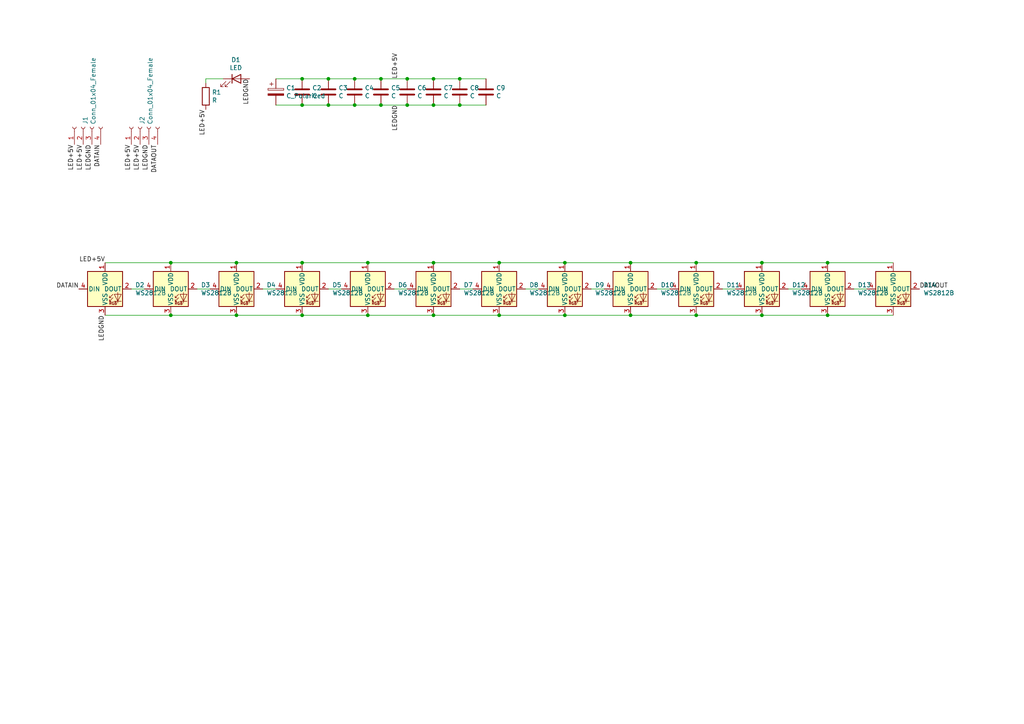
<source format=kicad_sch>
(kicad_sch (version 20211123) (generator eeschema)
  (paper "A4")
  (lib_symbols
    (symbol "Connector:Conn_01x04_Female" (pin_names (offset 1.016) hide)
      (property "Reference" "J" (at 0 5.08 0))
      (property "Value" "Conn_01x04_Female" (at 0 -7.62 0))
      (symbol "Conn_01x04_Female_1_1"
        (arc (start 0 -4.572) (mid -0.508 -5.08) (end 0 -5.588) (stroke (width 0.1524)))
        (arc (start 0 -2.032) (mid -0.508 -2.54) (end 0 -3.048) (stroke (width 0.1524)))
        (polyline (pts (xy -1.27 -5.08) (xy -0.508 -5.08)) (stroke (width 0.1524)))
        (polyline (pts (xy -1.27 -2.54) (xy -0.508 -2.54)) (stroke (width 0.1524)))
        (polyline (pts (xy -1.27 0) (xy -0.508 0)) (stroke (width 0.1524)))
        (polyline (pts (xy -1.27 2.54) (xy -0.508 2.54)) (stroke (width 0.1524)))
        (arc (start 0 0.508) (mid -0.508 0) (end 0 -0.508) (stroke (width 0.1524)))
        (arc (start 0 3.048) (mid -0.508 2.54) (end 0 2.032) (stroke (width 0.1524)))
        (pin passive line (at -5.08 2.54 0) (length 3.81) (name "Pin_1") (number "1"))
        (pin passive line (at -5.08 0 0) (length 3.81) (name "Pin_2") (number "2"))
        (pin passive line (at -5.08 -2.54 0) (length 3.81) (name "Pin_3") (number "3"))
        (pin passive line (at -5.08 -5.08 0) (length 3.81) (name "Pin_4") (number "4"))
      )
    )
    (symbol "Device:C" (pin_numbers hide) (pin_names (offset 0.254))
      (property "Reference" "C" (at 0.635 2.54 0))
      (property "Value" "C" (at 0.635 -2.54 0))
      (symbol "C_0_1"
        (polyline (pts (xy -2.032 -0.762) (xy 2.032 -0.762)) (stroke (width 0.508)))
        (polyline (pts (xy -2.032 0.762) (xy 2.032 0.762)) (stroke (width 0.508)))
      )
      (symbol "C_1_1"
        (pin passive line (at 0 3.81 270) (length 2.794) (name "~") (number "1"))
        (pin passive line (at 0 -3.81 90) (length 2.794) (name "~") (number "2"))
      )
    )
    (symbol "Device:C_Polarized" (pin_numbers hide) (pin_names (offset 0.254))
      (property "Reference" "C" (at 0.635 2.54 0))
      (property "Value" "C_Polarized" (at 0.635 -2.54 0))
      (symbol "C_Polarized_0_1"
        (rectangle (start -2.286 0.508) (end 2.286 1.016))
        (polyline (pts (xy -1.778 2.286) (xy -0.762 2.286)))
        (polyline (pts (xy -1.27 2.794) (xy -1.27 1.778)))
        (rectangle (start 2.286 -0.508) (end -2.286 -1.016) (fill (type outline)))
      )
      (symbol "C_Polarized_1_1"
        (pin passive line (at 0 3.81 270) (length 2.794) (name "~") (number "1"))
        (pin passive line (at 0 -3.81 90) (length 2.794) (name "~") (number "2"))
      )
    )
    (symbol "Device:LED" (pin_numbers hide) (pin_names (offset 1.016) hide)
      (property "Reference" "D" (at 0 2.54 0))
      (property "Value" "LED" (at 0 -2.54 0))
      (symbol "LED_0_1"
        (polyline (pts (xy -1.27 -1.27) (xy -1.27 1.27)) (stroke (width 0.254)))
        (polyline (pts (xy -1.27 0) (xy 1.27 0)))
        (polyline (pts (xy 1.27 -1.27) (xy 1.27 1.27) (xy -1.27 0) (xy 1.27 -1.27)) (stroke (width 0.254)))
        (polyline (pts (xy -3.048 -0.762) (xy -4.572 -2.286) (xy -3.81 -2.286) (xy -4.572 -2.286) (xy -4.572 -1.524)))
        (polyline (pts (xy -1.778 -0.762) (xy -3.302 -2.286) (xy -2.54 -2.286) (xy -3.302 -2.286) (xy -3.302 -1.524)))
      )
      (symbol "LED_1_1"
        (pin passive line (at -3.81 0 0) (length 2.54) (name "K") (number "1"))
        (pin passive line (at 3.81 0 180) (length 2.54) (name "A") (number "2"))
      )
    )
    (symbol "Device:R" (pin_numbers hide) (pin_names (offset 0))
      (property "Reference" "R" (at 2.032 0 90))
      (property "Value" "R" (at 0 0 90))
      (symbol "R_0_1"
        (rectangle (start -1.016 -2.54) (end 1.016 2.54) (stroke (width 0.254)))
      )
      (symbol "R_1_1"
        (pin passive line (at 0 3.81 270) (length 1.27) (name "~") (number "1"))
        (pin passive line (at 0 -3.81 90) (length 1.27) (name "~") (number "2"))
      )
    )
    (symbol "LED:WS2812B" (pin_names (offset 0.254))
      (property "Reference" "D" (at 5.08 5.715 0))
      (property "Value" "WS2812B" (at 1.27 -5.715 0))
      (symbol "WS2812B_0_0"
        (text "RGB" (at 2.286 -4.191 0) (effects (font (size 0.762 0.762))))
      )
      (symbol "WS2812B_0_1"
        (polyline (pts (xy 1.27 -3.556) (xy 1.778 -3.556)))
        (polyline (pts (xy 1.27 -2.54) (xy 1.778 -2.54)))
        (polyline (pts (xy 4.699 -3.556) (xy 2.667 -3.556)))
        (polyline (pts (xy 2.286 -2.54) (xy 1.27 -3.556) (xy 1.27 -3.048)))
        (polyline (pts (xy 2.286 -1.524) (xy 1.27 -2.54) (xy 1.27 -2.032)))
        (polyline (pts (xy 3.683 -1.016) (xy 3.683 -3.556) (xy 3.683 -4.064)))
        (polyline (pts (xy 4.699 -1.524) (xy 2.667 -1.524) (xy 3.683 -3.556) (xy 4.699 -1.524)))
        (rectangle (start 5.08 5.08) (end -5.08 -5.08) (stroke (width 0.254)) (fill (type background)))
      )
      (symbol "WS2812B_1_1"
        (pin power_in line (at 0 7.62 270) (length 2.54) (name "VDD") (number "1"))
        (pin output line (at 7.62 0 180) (length 2.54) (name "DOUT") (number "2"))
        (pin power_in line (at 0 -7.62 90) (length 2.54) (name "VSS") (number "3"))
        (pin input line (at -7.62 0 0) (length 2.54) (name "DIN") (number "4"))
      )
    )
  )
  (junction (at 87.63 22.86))
  (junction (at 87.63 76.2))
  (junction (at 87.63 30.48))
  (junction (at 133.35 30.48))
  (junction (at 201.93 76.2))
  (junction (at 163.83 76.2))
  (junction (at 240.03 91.44))
  (junction (at 220.98 76.2))
  (junction (at 95.25 22.86))
  (junction (at 118.11 30.48))
  (junction (at 87.63 91.44))
  (junction (at 133.35 22.86))
  (junction (at 240.03 76.2))
  (junction (at 182.88 76.2))
  (junction (at 49.53 91.44))
  (junction (at 163.83 91.44))
  (junction (at 68.58 91.44))
  (junction (at 118.11 22.86))
  (junction (at 125.73 30.48))
  (junction (at 201.93 91.44))
  (junction (at 110.49 22.86))
  (junction (at 125.73 91.44))
  (junction (at 106.68 91.44))
  (junction (at 125.73 22.86))
  (junction (at 182.88 91.44))
  (junction (at 220.98 91.44))
  (junction (at 144.78 76.2))
  (junction (at 68.58 76.2))
  (junction (at 106.68 76.2))
  (junction (at 144.78 91.44))
  (junction (at 49.53 76.2))
  (junction (at 95.25 30.48))
  (junction (at 102.87 22.86))
  (junction (at 125.73 76.2))
  (junction (at 110.49 30.48))
  (junction (at 102.87 30.48))
  (wire (pts (xy 133.35 30.48) (xy 125.73 30.48)))
  (wire (pts (xy 144.78 76.2) (xy 125.73 76.2)))
  (wire (pts (xy 152.4 83.82) (xy 156.21 83.82)))
  (wire (pts (xy 125.73 91.44) (xy 144.78 91.44)))
  (wire (pts (xy 87.63 76.2) (xy 68.58 76.2)))
  (wire (pts (xy 220.98 76.2) (xy 201.93 76.2)))
  (wire (pts (xy 106.68 91.44) (xy 125.73 91.44)))
  (wire (pts (xy 171.45 83.82) (xy 175.26 83.82)))
  (wire (pts (xy 125.73 22.86) (xy 133.35 22.86)))
  (wire (pts (xy 228.6 83.82) (xy 232.41 83.82)))
  (wire (pts (xy 49.53 91.44) (xy 68.58 91.44)))
  (wire (pts (xy 95.25 30.48) (xy 87.63 30.48)))
  (wire (pts (xy 110.49 30.48) (xy 102.87 30.48)))
  (wire (pts (xy 163.83 76.2) (xy 144.78 76.2)))
  (wire (pts (xy 68.58 76.2) (xy 49.53 76.2)))
  (wire (pts (xy 87.63 22.86) (xy 95.25 22.86)))
  (wire (pts (xy 190.5 83.82) (xy 194.31 83.82)))
  (wire (pts (xy 125.73 76.2) (xy 106.68 76.2)))
  (wire (pts (xy 220.98 91.44) (xy 240.03 91.44)))
  (wire (pts (xy 114.3 83.82) (xy 118.11 83.82)))
  (wire (pts (xy 118.11 30.48) (xy 110.49 30.48)))
  (wire (pts (xy 30.48 91.44) (xy 49.53 91.44)))
  (wire (pts (xy 144.78 91.44) (xy 163.83 91.44)))
  (wire (pts (xy 38.1 83.82) (xy 41.91 83.82)))
  (wire (pts (xy 59.69 22.86) (xy 59.69 24.13)))
  (wire (pts (xy 64.77 22.86) (xy 59.69 22.86)))
  (wire (pts (xy 118.11 22.86) (xy 125.73 22.86)))
  (wire (pts (xy 182.88 91.44) (xy 201.93 91.44)))
  (wire (pts (xy 102.87 30.48) (xy 95.25 30.48)))
  (wire (pts (xy 247.65 83.82) (xy 251.46 83.82)))
  (wire (pts (xy 95.25 22.86) (xy 102.87 22.86)))
  (wire (pts (xy 182.88 76.2) (xy 163.83 76.2)))
  (wire (pts (xy 133.35 83.82) (xy 137.16 83.82)))
  (wire (pts (xy 87.63 30.48) (xy 80.01 30.48)))
  (wire (pts (xy 140.97 30.48) (xy 133.35 30.48)))
  (wire (pts (xy 95.25 83.82) (xy 99.06 83.82)))
  (wire (pts (xy 57.15 83.82) (xy 60.96 83.82)))
  (wire (pts (xy 49.53 76.2) (xy 30.48 76.2)))
  (wire (pts (xy 68.58 91.44) (xy 87.63 91.44)))
  (wire (pts (xy 240.03 76.2) (xy 220.98 76.2)))
  (wire (pts (xy 80.01 22.86) (xy 87.63 22.86)))
  (wire (pts (xy 201.93 91.44) (xy 220.98 91.44)))
  (wire (pts (xy 76.2 83.82) (xy 80.01 83.82)))
  (wire (pts (xy 209.55 83.82) (xy 213.36 83.82)))
  (wire (pts (xy 102.87 22.86) (xy 110.49 22.86)))
  (wire (pts (xy 125.73 30.48) (xy 118.11 30.48)))
  (wire (pts (xy 87.63 91.44) (xy 106.68 91.44)))
  (wire (pts (xy 133.35 22.86) (xy 140.97 22.86)))
  (wire (pts (xy 106.68 76.2) (xy 87.63 76.2)))
  (wire (pts (xy 163.83 91.44) (xy 182.88 91.44)))
  (wire (pts (xy 201.93 76.2) (xy 182.88 76.2)))
  (wire (pts (xy 110.49 22.86) (xy 118.11 22.86)))
  (wire (pts (xy 240.03 91.44) (xy 259.08 91.44)))
  (wire (pts (xy 259.08 76.2) (xy 240.03 76.2)))
  (label "LED+5V" (at 38.1 41.91 270))
  (label "LEDGND" (at 26.67 41.91 270))
  (label "LED+5V" (at 24.13 41.91 270))
  (label "LED+5V" (at 115.57 22.86 90))
  (label "DATAIN" (at 29.21 41.91 270))
  (label "LED+5V" (at 30.48 76.2 180))
  (label "LEDGND" (at 115.57 30.48 270))
  (label "DATAIN" (at 22.86 83.82 180))
  (label "LEDGND" (at 72.39 22.86 270))
  (label "LED+5V" (at 59.69 31.75 270))
  (label "LEDGND" (at 30.48 91.44 270))
  (label "LEDGND" (at 43.18 41.91 270))
  (label "DATAOUT" (at 45.72 41.91 270))
  (label "DATAOUT" (at 266.7 83.82 0))
  (label "LED+5V" (at 40.64 41.91 270))
  (label "LED+5V" (at 21.59 41.91 270))
  (symbol (lib_id "Connector:Conn_01x04_Female") (at 24.13 36.83 90) (unit 1)
    (property "Reference" "J1" (at 24.7396 36.1188 0) (effects (justify left)))
    (property "Value" "Conn_01x04_Female" (at 27.051 36.1188 0) (effects (justify left)))
    (property "Footprint" "OH_Footprints:Molex_Mini-Fit_Jr_5566-04A_2x02_P4.20mm_Vertical" (effects hide))
  )
  (symbol (lib_id "Connector:Conn_01x04_Female") (at 40.64 36.83 90) (unit 1)
    (property "Reference" "J2" (at 41.2496 36.1188 0) (effects (justify left)))
    (property "Value" "Conn_01x04_Female" (at 43.561 36.1188 0) (effects (justify left)))
    (property "Footprint" "OH_Footprints:Molex_Mini-Fit_Jr_5566-04A_2x02_P4.20mm_Vertical" (effects hide))
  )
  (symbol (lib_id "Device:LED") (at 68.58 22.86 0) (unit 1)
    (property "Reference" "D1" (at 68.4022 17.3482 0))
    (property "Value" "LED" (at 68.4022 19.6596 0))
    (property "Footprint" "OH_Footprints:LED_D3.0mm" (effects hide))
  )
  (symbol (lib_id "Device:C_Polarized") (at 80.01 26.67 0) (unit 1)
    (property "Reference" "C1" (at 83.0072 25.5016 0) (effects (justify left)))
    (property "Value" "C_Polarized" (at 83.0072 27.813 0) (effects (justify left)))
    (property "Footprint" "OH_Footprints:CP_Elec_8x10" (effects hide))
  )
  (symbol (lib_id "Device:C") (at 87.63 26.67 0) (unit 1)
    (property "Reference" "C2" (at 90.551 25.5016 0) (effects (justify left)))
    (property "Value" "C" (at 90.551 27.813 0) (effects (justify left)))
    (property "Footprint" "OH_Footprints:C_0603_1608Metric" (effects hide))
  )
  (symbol (lib_id "Device:C") (at 95.25 26.67 0) (unit 1)
    (property "Reference" "C3" (at 98.171 25.5016 0) (effects (justify left)))
    (property "Value" "C" (at 98.171 27.813 0) (effects (justify left)))
    (property "Footprint" "OH_Footprints:C_0603_1608Metric" (effects hide))
  )
  (symbol (lib_id "Device:C") (at 102.87 26.67 0) (unit 1)
    (property "Reference" "C4" (at 105.791 25.5016 0) (effects (justify left)))
    (property "Value" "C" (at 105.791 27.813 0) (effects (justify left)))
    (property "Footprint" "OH_Footprints:C_0603_1608Metric" (effects hide))
  )
  (symbol (lib_id "Device:C") (at 110.49 26.67 0) (unit 1)
    (property "Reference" "C5" (at 113.411 25.5016 0) (effects (justify left)))
    (property "Value" "C" (at 113.411 27.813 0) (effects (justify left)))
    (property "Footprint" "OH_Footprints:C_0603_1608Metric" (effects hide))
  )
  (symbol (lib_id "Device:C") (at 118.11 26.67 0) (unit 1)
    (property "Reference" "C6" (at 121.031 25.5016 0) (effects (justify left)))
    (property "Value" "C" (at 121.031 27.813 0) (effects (justify left)))
    (property "Footprint" "OH_Footprints:C_0603_1608Metric" (effects hide))
  )
  (symbol (lib_id "Device:C") (at 125.73 26.67 0) (unit 1)
    (property "Reference" "C7" (at 128.651 25.5016 0) (effects (justify left)))
    (property "Value" "C" (at 128.651 27.813 0) (effects (justify left)))
    (property "Footprint" "OH_Footprints:C_0603_1608Metric" (effects hide))
  )
  (symbol (lib_id "Device:C") (at 133.35 26.67 0) (unit 1)
    (property "Reference" "C8" (at 136.271 25.5016 0) (effects (justify left)))
    (property "Value" "C" (at 136.271 27.813 0) (effects (justify left)))
    (property "Footprint" "OH_Footprints:C_0603_1608Metric" (effects hide))
  )
  (symbol (lib_id "Device:C") (at 140.97 26.67 0) (unit 1)
    (property "Reference" "C9" (at 143.891 25.5016 0) (effects (justify left)))
    (property "Value" "C" (at 143.891 27.813 0) (effects (justify left)))
    (property "Footprint" "OH_Footprints:C_0603_1608Metric" (effects hide))
  )
  (symbol (lib_id "Device:R") (at 59.69 27.94 0) (unit 1)
    (property "Reference" "R1" (at 61.468 26.7716 0) (effects (justify left)))
    (property "Value" "R" (at 61.468 29.083 0) (effects (justify left)))
    (property "Footprint" "OH_Footprints:R_0603_1608Metric" (effects hide))
  )
  (symbol (lib_id "LED:WS2812B") (at 30.48 83.82 0) (unit 1)
    (property "Reference" "D2" (at 39.2176 82.6516 0) (effects (justify left)))
    (property "Value" "WS2812B" (at 39.2176 84.963 0) (effects (justify left)))
    (property "Footprint" "OH_Footprints:LED_WS2812B_PLCC4_5.0x5.0mm_P3.2mm" (effects hide))
    (property "Datasheet" "https://cdn-shop.adafruit.com/datasheets/WS2812B.pdf" (effects hide))
  )
  (symbol (lib_id "LED:WS2812B") (at 49.53 83.82 0) (unit 1)
    (property "Reference" "D3" (at 58.2676 82.6516 0) (effects (justify left)))
    (property "Value" "WS2812B" (at 58.2676 84.963 0) (effects (justify left)))
    (property "Footprint" "OH_Footprints:LED_WS2812B_PLCC4_5.0x5.0mm_P3.2mm" (effects hide))
    (property "Datasheet" "https://cdn-shop.adafruit.com/datasheets/WS2812B.pdf" (effects hide))
  )
  (symbol (lib_id "LED:WS2812B") (at 68.58 83.82 0) (unit 1)
    (property "Reference" "D4" (at 77.3176 82.6516 0) (effects (justify left)))
    (property "Value" "WS2812B" (at 77.3176 84.963 0) (effects (justify left)))
    (property "Footprint" "OH_Footprints:LED_WS2812B_PLCC4_5.0x5.0mm_P3.2mm" (effects hide))
    (property "Datasheet" "https://cdn-shop.adafruit.com/datasheets/WS2812B.pdf" (effects hide))
  )
  (symbol (lib_id "LED:WS2812B") (at 87.63 83.82 0) (unit 1)
    (property "Reference" "D5" (at 96.3676 82.6516 0) (effects (justify left)))
    (property "Value" "WS2812B" (at 96.3676 84.963 0) (effects (justify left)))
    (property "Footprint" "OH_Footprints:LED_WS2812B_PLCC4_5.0x5.0mm_P3.2mm" (effects hide))
    (property "Datasheet" "https://cdn-shop.adafruit.com/datasheets/WS2812B.pdf" (effects hide))
  )
  (symbol (lib_id "LED:WS2812B") (at 106.68 83.82 0) (unit 1)
    (property "Reference" "D6" (at 115.4176 82.6516 0) (effects (justify left)))
    (property "Value" "WS2812B" (at 115.4176 84.963 0) (effects (justify left)))
    (property "Footprint" "OH_Footprints:LED_WS2812B_PLCC4_5.0x5.0mm_P3.2mm" (effects hide))
    (property "Datasheet" "https://cdn-shop.adafruit.com/datasheets/WS2812B.pdf" (effects hide))
  )
  (symbol (lib_id "LED:WS2812B") (at 125.73 83.82 0) (unit 1)
    (property "Reference" "D7" (at 134.4676 82.6516 0) (effects (justify left)))
    (property "Value" "WS2812B" (at 134.4676 84.963 0) (effects (justify left)))
    (property "Footprint" "OH_Footprints:LED_WS2812B_PLCC4_5.0x5.0mm_P3.2mm" (effects hide))
    (property "Datasheet" "https://cdn-shop.adafruit.com/datasheets/WS2812B.pdf" (effects hide))
  )
  (symbol (lib_id "LED:WS2812B") (at 144.78 83.82 0) (unit 1)
    (property "Reference" "D8" (at 153.5176 82.6516 0) (effects (justify left)))
    (property "Value" "WS2812B" (at 153.5176 84.963 0) (effects (justify left)))
    (property "Footprint" "OH_Footprints:LED_WS2812B_PLCC4_5.0x5.0mm_P3.2mm" (effects hide))
    (property "Datasheet" "https://cdn-shop.adafruit.com/datasheets/WS2812B.pdf" (effects hide))
  )
  (symbol (lib_id "LED:WS2812B") (at 163.83 83.82 0) (unit 1)
    (property "Reference" "D9" (at 172.5676 82.6516 0) (effects (justify left)))
    (property "Value" "WS2812B" (at 172.5676 84.963 0) (effects (justify left)))
    (property "Footprint" "OH_Footprints:LED_WS2812B_PLCC4_5.0x5.0mm_P3.2mm" (effects hide))
    (property "Datasheet" "https://cdn-shop.adafruit.com/datasheets/WS2812B.pdf" (effects hide))
  )
  (symbol (lib_id "LED:WS2812B") (at 182.88 83.82 0) (unit 1)
    (property "Reference" "D10" (at 191.6176 82.6516 0) (effects (justify left)))
    (property "Value" "WS2812B" (at 191.6176 84.963 0) (effects (justify left)))
    (property "Footprint" "OH_Footprints:LED_WS2812B_PLCC4_5.0x5.0mm_P3.2mm" (effects hide))
    (property "Datasheet" "https://cdn-shop.adafruit.com/datasheets/WS2812B.pdf" (effects hide))
  )
  (symbol (lib_id "LED:WS2812B") (at 201.93 83.82 0) (unit 1)
    (property "Reference" "D11" (at 210.6676 82.6516 0) (effects (justify left)))
    (property "Value" "WS2812B" (at 210.6676 84.963 0) (effects (justify left)))
    (property "Footprint" "OH_Footprints:LED_WS2812B_PLCC4_5.0x5.0mm_P3.2mm" (effects hide))
    (property "Datasheet" "https://cdn-shop.adafruit.com/datasheets/WS2812B.pdf" (effects hide))
  )
  (symbol (lib_id "LED:WS2812B") (at 220.98 83.82 0) (unit 1)
    (property "Reference" "D12" (at 229.7176 82.6516 0) (effects (justify left)))
    (property "Value" "WS2812B" (at 229.7176 84.963 0) (effects (justify left)))
    (property "Footprint" "OH_Footprints:LED_WS2812B_PLCC4_5.0x5.0mm_P3.2mm" (effects hide))
    (property "Datasheet" "https://cdn-shop.adafruit.com/datasheets/WS2812B.pdf" (effects hide))
  )
  (symbol (lib_id "LED:WS2812B") (at 240.03 83.82 0) (unit 1)
    (property "Reference" "D13" (at 248.7676 82.6516 0) (effects (justify left)))
    (property "Value" "WS2812B" (at 248.7676 84.963 0) (effects (justify left)))
    (property "Footprint" "OH_Footprints:LED_WS2812B_PLCC4_5.0x5.0mm_P3.2mm" (effects hide))
    (property "Datasheet" "https://cdn-shop.adafruit.com/datasheets/WS2812B.pdf" (effects hide))
  )
  (symbol (lib_id "LED:WS2812B") (at 259.08 83.82 0) (unit 1)
    (property "Reference" "D14" (at 267.8176 82.6516 0) (effects (justify left)))
    (property "Value" "WS2812B" (at 267.8176 84.963 0) (effects (justify left)))
    (property "Footprint" "OH_Footprints:LED_WS2812B_PLCC4_5.0x5.0mm_P3.2mm" (effects hide))
    (property "Datasheet" "https://cdn-shop.adafruit.com/datasheets/WS2812B.pdf" (effects hide))
  )
)
</source>
